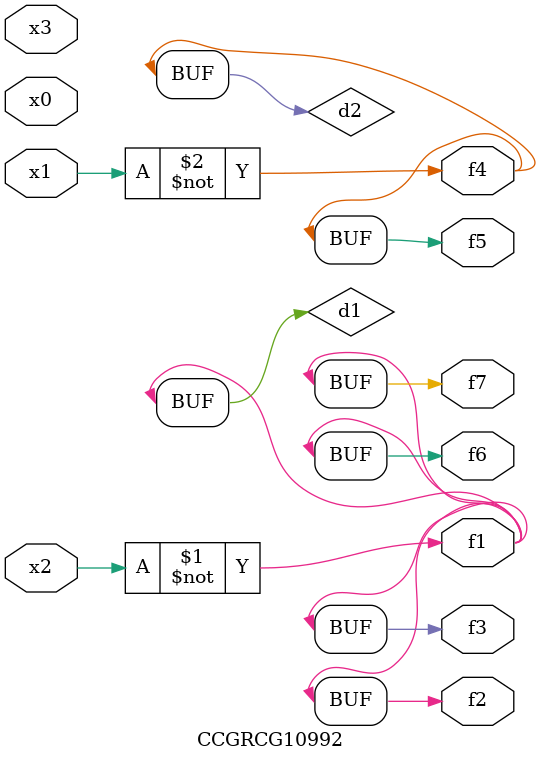
<source format=v>
module CCGRCG10992(
	input x0, x1, x2, x3,
	output f1, f2, f3, f4, f5, f6, f7
);

	wire d1, d2;

	xnor (d1, x2);
	not (d2, x1);
	assign f1 = d1;
	assign f2 = d1;
	assign f3 = d1;
	assign f4 = d2;
	assign f5 = d2;
	assign f6 = d1;
	assign f7 = d1;
endmodule

</source>
